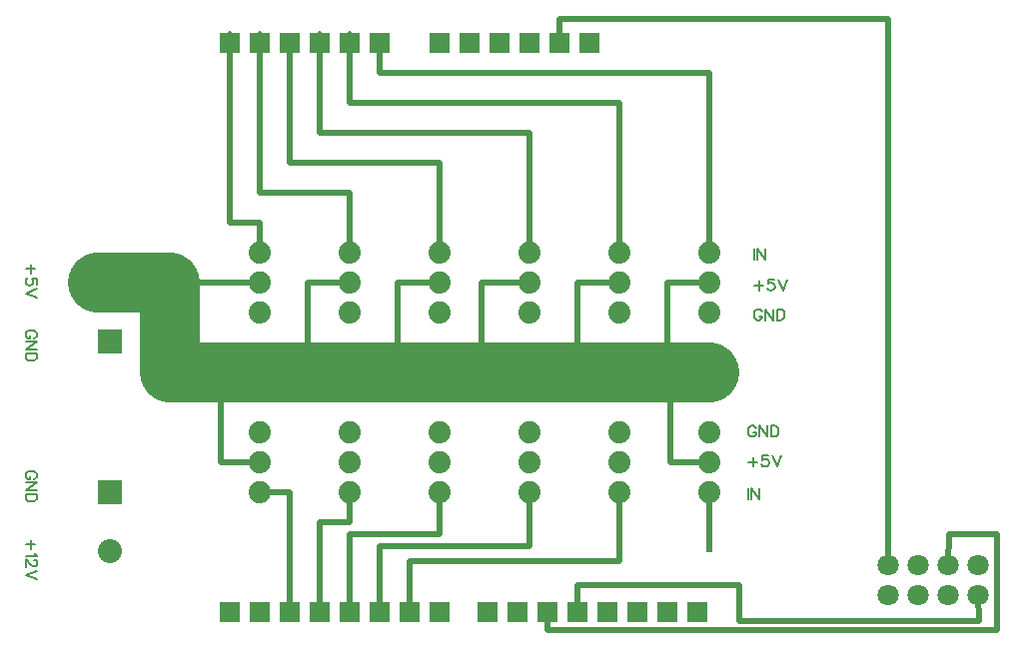
<source format=gtl>
G04 ---------------------------- Layer name :TOP LAYER*
G04 easyEDA 0.1*
G04 Scale: 100 percent, Rotated: No, Reflected: No *
G04 Dimensions in inches *
G04 leading zeros omitted , absolute positions ,2 integer and 4 * 
%FSLAX24Y24*%
%MOIN*%
G90*
G70D02*

%ADD11C,0.020000*%
%ADD12C,0.200000*%
%ADD13C,0.008000*%
%ADD14C,0.024400*%
%ADD15C,0.074000*%
%ADD17C,0.070866*%
%ADD19R,0.066000X0.066000*%
%ADD20R,0.080000X0.080000*%
%ADD21C,0.080000*%

%LPD*%
G54D11*
G01X7000Y21300D02*
G01X7000Y15000D01*
G01X8000Y15000D01*
G01X8000Y14000D01*
G01X8000Y21300D02*
G01X8000Y16000D01*
G01X11000Y16000D01*
G01X11000Y14000D01*
G01X10000Y21300D02*
G01X10000Y18000D01*
G01X17000Y18000D01*
G01X17000Y14000D01*
G01X11000Y21300D02*
G01X11000Y19000D01*
G01X20000Y19000D01*
G01X20000Y14000D01*
G01X12000Y21000D02*
G01X12000Y20000D01*
G01X23000Y20000D01*
G01X23000Y14000D01*
G01X9000Y21000D02*
G01X9000Y17000D01*
G01X14000Y17000D01*
G01X14000Y14000D01*
G54D12*
G01X2600Y12980D02*
G01X5000Y12980D01*
G01X5000Y13000D01*
G01X5000Y10000D02*
G01X5000Y13000D01*
G01X5000Y10000D02*
G01X23000Y10000D01*
G54D11*
G01X8000Y13000D02*
G01X5000Y13000D01*
G01X5000Y12980D01*
G01X11000Y13000D02*
G01X9600Y13000D01*
G01X9600Y10000D01*
G01X14000Y13000D02*
G01X12600Y13000D01*
G01X12600Y10000D01*
G01X17000Y13000D02*
G01X15400Y13000D01*
G01X15400Y10000D01*
G01X20000Y13000D02*
G01X18600Y13000D01*
G01X18600Y10000D01*
G01X23000Y13000D02*
G01X21600Y13000D01*
G01X21600Y10000D01*
G01X8000Y7000D02*
G01X6700Y7000D01*
G01X6700Y10000D01*
G01X8000Y6000D02*
G01X9000Y6000D01*
G01X9000Y2000D01*
G01X11000Y6000D02*
G01X11000Y5000D01*
G01X10000Y5000D01*
G01X10000Y2000D01*
G01X14000Y6000D02*
G01X14000Y4600D01*
G01X11000Y4600D01*
G01X11000Y2000D01*
G01X17000Y6000D02*
G01X17000Y4200D01*
G01X12000Y4200D01*
G01X12000Y2000D01*
G01X20000Y6000D02*
G01X20000Y3700D01*
G01X13000Y3700D01*
G01X13000Y2000D01*
G01X18000Y21000D02*
G01X18000Y21800D01*
G01X28993Y21800D01*
G01X28993Y3561D01*
G01X30993Y3561D02*
G01X31000Y4600D01*
G01X32600Y4600D01*
G01X32600Y1400D01*
G01X17600Y1400D01*
G01X17600Y2000D01*
G01X31993Y2561D02*
G01X32000Y1700D01*
G01X24000Y1700D01*
G01X24000Y2900D01*
G01X18600Y2900D01*
G01X18600Y2000D01*
G01X21600Y10000D02*
G01X21700Y10000D01*
G01X21700Y7000D01*
G01X23000Y7000D01*
G01X23000Y6000D02*
G01X23000Y4100D01*
G54D13*
G01X527Y4236D02*
G01X199Y4236D01*
G01X363Y4400D02*
G01X363Y4073D01*
G01X508Y3953D02*
G01X527Y3915D01*
G01X581Y3861D01*
G01X199Y3861D01*
G01X490Y3723D02*
G01X508Y3723D01*
G01X545Y3705D01*
G01X563Y3686D01*
G01X581Y3651D01*
G01X581Y3578D01*
G01X563Y3542D01*
G01X545Y3523D01*
G01X508Y3505D01*
G01X472Y3505D01*
G01X436Y3523D01*
G01X381Y3559D01*
G01X199Y3742D01*
G01X199Y3486D01*
G01X581Y3367D02*
G01X199Y3221D01*
G01X581Y3076D02*
G01X199Y3221D01*
G01X491Y6426D02*
G01X528Y6444D01*
G01X564Y6482D01*
G01X582Y6517D01*
G01X582Y6590D01*
G01X564Y6626D01*
G01X528Y6663D01*
G01X491Y6682D01*
G01X437Y6700D01*
G01X346Y6700D01*
G01X291Y6682D01*
G01X255Y6663D01*
G01X219Y6626D01*
G01X200Y6590D01*
G01X200Y6517D01*
G01X219Y6482D01*
G01X255Y6444D01*
G01X291Y6426D01*
G01X346Y6426D01*
G01X346Y6517D02*
G01X346Y6426D01*
G01X582Y6307D02*
G01X200Y6307D01*
G01X582Y6307D02*
G01X200Y6053D01*
G01X582Y6053D02*
G01X200Y6053D01*
G01X582Y5932D02*
G01X200Y5932D01*
G01X582Y5932D02*
G01X582Y5805D01*
G01X564Y5751D01*
G01X528Y5715D01*
G01X491Y5696D01*
G01X437Y5678D01*
G01X346Y5678D01*
G01X291Y5696D01*
G01X255Y5715D01*
G01X219Y5751D01*
G01X200Y5805D01*
G01X200Y5932D01*
G01X528Y13436D02*
G01X200Y13436D01*
G01X364Y13600D02*
G01X364Y13273D01*
G01X582Y12934D02*
G01X582Y13115D01*
G01X419Y13134D01*
G01X437Y13115D01*
G01X455Y13061D01*
G01X455Y13007D01*
G01X437Y12953D01*
G01X400Y12915D01*
G01X346Y12898D01*
G01X309Y12898D01*
G01X255Y12915D01*
G01X219Y12953D01*
G01X200Y13007D01*
G01X200Y13061D01*
G01X219Y13115D01*
G01X237Y13134D01*
G01X273Y13153D01*
G01X582Y12778D02*
G01X200Y12632D01*
G01X582Y12486D02*
G01X200Y12632D01*
G01X491Y11126D02*
G01X528Y11144D01*
G01X564Y11182D01*
G01X582Y11217D01*
G01X582Y11290D01*
G01X564Y11326D01*
G01X528Y11363D01*
G01X491Y11382D01*
G01X437Y11400D01*
G01X346Y11400D01*
G01X291Y11382D01*
G01X255Y11363D01*
G01X219Y11326D01*
G01X200Y11290D01*
G01X200Y11217D01*
G01X219Y11182D01*
G01X255Y11144D01*
G01X291Y11126D01*
G01X346Y11126D01*
G01X346Y11217D02*
G01X346Y11126D01*
G01X582Y11007D02*
G01X200Y11007D01*
G01X582Y11007D02*
G01X200Y10753D01*
G01X582Y10753D02*
G01X200Y10753D01*
G01X582Y10632D02*
G01X200Y10632D01*
G01X582Y10632D02*
G01X582Y10505D01*
G01X564Y10451D01*
G01X528Y10415D01*
G01X491Y10396D01*
G01X437Y10378D01*
G01X346Y10378D01*
G01X291Y10396D01*
G01X255Y10415D01*
G01X219Y10451D01*
G01X200Y10505D01*
G01X200Y10632D01*
G01X24572Y8126D02*
G01X24555Y8163D01*
G01X24518Y8200D01*
G01X24481Y8217D01*
G01X24409Y8217D01*
G01X24372Y8200D01*
G01X24335Y8163D01*
G01X24318Y8126D01*
G01X24300Y8073D01*
G01X24300Y7982D01*
G01X24318Y7926D01*
G01X24335Y7890D01*
G01X24372Y7855D01*
G01X24409Y7836D01*
G01X24481Y7836D01*
G01X24518Y7855D01*
G01X24555Y7890D01*
G01X24572Y7926D01*
G01X24572Y7982D01*
G01X24481Y7982D02*
G01X24572Y7982D01*
G01X24693Y8217D02*
G01X24693Y7836D01*
G01X24693Y8217D02*
G01X24947Y7836D01*
G01X24947Y8217D02*
G01X24947Y7836D01*
G01X25067Y8217D02*
G01X25067Y7836D01*
G01X25067Y8217D02*
G01X25194Y8217D01*
G01X25248Y8200D01*
G01X25285Y8163D01*
G01X25303Y8126D01*
G01X25322Y8073D01*
G01X25322Y7982D01*
G01X25303Y7926D01*
G01X25285Y7890D01*
G01X25248Y7855D01*
G01X25194Y7836D01*
G01X25067Y7836D01*
G01X24464Y7163D02*
G01X24464Y6836D01*
G01X24300Y7000D02*
G01X24627Y7000D01*
G01X24964Y7217D02*
G01X24784Y7217D01*
G01X24764Y7055D01*
G01X24784Y7073D01*
G01X24838Y7090D01*
G01X24893Y7090D01*
G01X24947Y7073D01*
G01X24984Y7036D01*
G01X25002Y6982D01*
G01X25002Y6944D01*
G01X24984Y6890D01*
G01X24947Y6855D01*
G01X24893Y6836D01*
G01X24838Y6836D01*
G01X24784Y6855D01*
G01X24764Y6873D01*
G01X24747Y6909D01*
G01X25122Y7217D02*
G01X25267Y6836D01*
G01X25413Y7217D02*
G01X25267Y6836D01*
G01X24300Y6117D02*
G01X24300Y5736D01*
G01X24419Y6117D02*
G01X24419Y5736D01*
G01X24419Y6117D02*
G01X24675Y5736D01*
G01X24675Y6117D02*
G01X24675Y5736D01*
G01X24772Y12009D02*
G01X24755Y12046D01*
G01X24718Y12082D01*
G01X24681Y12100D01*
G01X24609Y12100D01*
G01X24572Y12082D01*
G01X24535Y12046D01*
G01X24518Y12009D01*
G01X24500Y11955D01*
G01X24500Y11863D01*
G01X24518Y11809D01*
G01X24535Y11773D01*
G01X24572Y11736D01*
G01X24609Y11717D01*
G01X24681Y11717D01*
G01X24718Y11736D01*
G01X24755Y11773D01*
G01X24772Y11809D01*
G01X24772Y11863D01*
G01X24681Y11863D02*
G01X24772Y11863D01*
G01X24893Y12100D02*
G01X24893Y11717D01*
G01X24893Y12100D02*
G01X25147Y11717D01*
G01X25147Y12100D02*
G01X25147Y11717D01*
G01X25267Y12100D02*
G01X25267Y11717D01*
G01X25267Y12100D02*
G01X25394Y12100D01*
G01X25448Y12082D01*
G01X25485Y12046D01*
G01X25503Y12009D01*
G01X25522Y11955D01*
G01X25522Y11863D01*
G01X25503Y11809D01*
G01X25485Y11773D01*
G01X25448Y11736D01*
G01X25394Y11717D01*
G01X25267Y11717D01*
G01X24664Y13046D02*
G01X24664Y12717D01*
G01X24500Y12882D02*
G01X24827Y12882D01*
G01X25164Y13100D02*
G01X24984Y13100D01*
G01X24964Y12936D01*
G01X24984Y12955D01*
G01X25038Y12973D01*
G01X25093Y12973D01*
G01X25147Y12955D01*
G01X25184Y12917D01*
G01X25202Y12863D01*
G01X25202Y12826D01*
G01X25184Y12773D01*
G01X25147Y12736D01*
G01X25093Y12717D01*
G01X25038Y12717D01*
G01X24984Y12736D01*
G01X24964Y12755D01*
G01X24947Y12790D01*
G01X25322Y13100D02*
G01X25467Y12717D01*
G01X25613Y13100D02*
G01X25467Y12717D01*
G01X24500Y14117D02*
G01X24500Y13736D01*
G01X24619Y14117D02*
G01X24619Y13736D01*
G01X24619Y14117D02*
G01X24875Y13736D01*
G01X24875Y14117D02*
G01X24875Y13736D01*
G54D15*
G01X8000Y14000D03*
G01X8000Y13000D03*
G01X8000Y12000D03*
G01X11000Y14000D03*
G01X11000Y13000D03*
G01X11000Y12000D03*
G01X14000Y14000D03*
G01X14000Y13000D03*
G01X14000Y12000D03*
G01X17000Y14000D03*
G01X17000Y13000D03*
G01X17000Y12000D03*
G01X20000Y14000D03*
G01X20000Y13000D03*
G01X20000Y12000D03*
G01X23000Y14000D03*
G01X23000Y13000D03*
G01X23000Y12000D03*
G01X8000Y6000D03*
G01X8000Y7000D03*
G01X8000Y8000D03*
G54D17*
G01X28994Y2561D03*
G01X28993Y3561D03*
G01X29993Y2561D03*
G01X29993Y3561D03*
G01X30993Y2561D03*
G01X30993Y3561D03*
G01X31993Y2561D03*
G01X31993Y3561D03*
G54D15*
G01X20000Y6000D03*
G01X20000Y7000D03*
G01X20000Y8000D03*
G01X17000Y6000D03*
G01X17000Y7000D03*
G01X17000Y8000D03*
G01X14000Y6000D03*
G01X14000Y7000D03*
G01X14000Y8000D03*
G01X11000Y6000D03*
G01X11000Y7000D03*
G01X11000Y8000D03*
G54D19*
G01X11000Y2000D03*
G01X12000Y21000D03*
G01X10000Y2000D03*
G01X9000Y2000D03*
G01X8000Y2000D03*
G01X7000Y2000D03*
G01X12000Y2000D03*
G01X13000Y2000D03*
G01X14000Y2000D03*
G01X15600Y2000D03*
G01X16600Y2000D03*
G01X17600Y2000D03*
G01X18600Y2000D03*
G01X19600Y2000D03*
G01X20600Y2000D03*
G01X21600Y2000D03*
G01X22600Y2000D03*
G01X11000Y21000D03*
G01X10000Y21000D03*
G01X9000Y21000D03*
G01X8000Y21000D03*
G01X7000Y21000D03*
G01X14000Y21000D03*
G01X15000Y21000D03*
G01X16000Y21000D03*
G01X17000Y21000D03*
G01X18000Y21000D03*
G01X19000Y21000D03*
G54D20*
G01X3000Y11019D03*
G54D21*
G01X3000Y12980D03*
G54D20*
G01X3000Y5980D03*
G54D21*
G01X3000Y4019D03*
G54D15*
G01X23000Y6000D03*
G01X23000Y7000D03*
G01X23000Y8000D03*
G54D14*
G01X23000Y4100D03*
G54D15*
G01X8000Y14000D03*
G01X8000Y13000D03*
G01X8000Y12000D03*
G01X11000Y14000D03*
G01X11000Y13000D03*
G01X11000Y12000D03*
G01X14000Y14000D03*
G01X14000Y13000D03*
G01X14000Y12000D03*
G01X17000Y14000D03*
G01X17000Y13000D03*
G01X17000Y12000D03*
G01X20000Y14000D03*
G01X20000Y13000D03*
G01X20000Y12000D03*
G01X23000Y14000D03*
G01X23000Y13000D03*
G01X23000Y12000D03*
G01X8000Y6000D03*
G01X8000Y7000D03*
G01X8000Y8000D03*
G54D17*
G01X28994Y2561D03*
G01X28993Y3561D03*
G01X29993Y2561D03*
G01X29993Y3561D03*
G01X30993Y2561D03*
G01X30993Y3561D03*
G01X31993Y2561D03*
G01X31993Y3561D03*
G54D15*
G01X20000Y6000D03*
G01X20000Y7000D03*
G01X20000Y8000D03*
G01X17000Y6000D03*
G01X17000Y7000D03*
G01X17000Y8000D03*
G01X14000Y6000D03*
G01X14000Y7000D03*
G01X14000Y8000D03*
G01X11000Y6000D03*
G01X11000Y7000D03*
G01X11000Y8000D03*
G54D19*
G01X11000Y2000D03*
G01X12000Y21000D03*
G01X10000Y2000D03*
G01X9000Y2000D03*
G01X8000Y2000D03*
G01X7000Y2000D03*
G01X12000Y2000D03*
G01X13000Y2000D03*
G01X14000Y2000D03*
G01X15600Y2000D03*
G01X16600Y2000D03*
G01X17600Y2000D03*
G01X18600Y2000D03*
G01X19600Y2000D03*
G01X20600Y2000D03*
G01X21600Y2000D03*
G01X22600Y2000D03*
G01X11000Y21000D03*
G01X10000Y21000D03*
G01X9000Y21000D03*
G01X8000Y21000D03*
G01X7000Y21000D03*
G01X14000Y21000D03*
G01X15000Y21000D03*
G01X16000Y21000D03*
G01X17000Y21000D03*
G01X18000Y21000D03*
G01X19000Y21000D03*
G54D20*
G01X3000Y11019D03*
G54D21*
G01X3000Y12980D03*
G54D20*
G01X3000Y5980D03*
G54D21*
G01X3000Y4019D03*
G54D15*
G01X23000Y6000D03*
G01X23000Y7000D03*
G01X23000Y8000D03*

M00*
M02*
</source>
